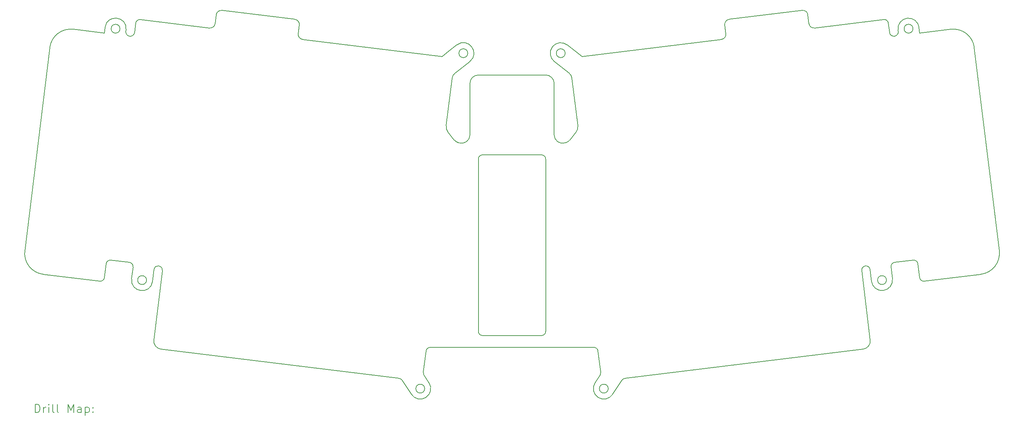
<source format=gbr>
%TF.GenerationSoftware,KiCad,Pcbnew,7.0.7-7.0.7~ubuntu23.04.1*%
%TF.CreationDate,Date%
%TF.ProjectId,plate_alps_mx,706c6174-655f-4616-9c70-735f6d782e6b,v0.1*%
%TF.SameCoordinates,PX8bd8a70PY50733a9*%
%TF.FileFunction,Drillmap*%
%TF.FilePolarity,Positive*%
%FSLAX45Y45*%
G04 Gerber Fmt 4.5, Leading zero omitted, Abs format (unit mm)*
G04 Created by KiCad*
%MOMM*%
%LPD*%
G01*
G04 APERTURE LIST*
%ADD10C,0.200000*%
G04 APERTURE END LIST*
D10*
X15664954Y-7635806D02*
G75*
G03*
X15464946Y-7435806I-200004J-4D01*
G01*
X7768292Y-5899563D02*
X9505248Y-6112834D01*
X13000263Y-6996607D02*
X13157973Y-6873390D01*
X24349350Y-12254164D02*
G75*
G03*
X24460788Y-12341232I99260J12194D01*
G01*
X17344395Y-14654494D02*
X23002554Y-13959760D01*
X5019723Y-11927357D02*
X4979547Y-12254570D01*
X3086355Y-11619111D02*
G75*
G03*
X3521694Y-12176319I496255J-60949D01*
G01*
X13660987Y-7114385D02*
G75*
G03*
X13352501Y-6720889I-154247J196745D01*
G01*
X16636342Y-14759971D02*
G75*
G03*
X17055221Y-15032984I209438J-136509D01*
G01*
X13611743Y-6917636D02*
G75*
G03*
X13611743Y-6917636I-105000J0D01*
G01*
X5694116Y-6426331D02*
X5721460Y-6203634D01*
X5131165Y-11840286D02*
G75*
G03*
X5019723Y-11927357I-12195J-99244D01*
G01*
X13314598Y-7385004D02*
G75*
G03*
X13239224Y-7518236I123112J-157586D01*
G01*
X6155813Y-12066852D02*
X6121562Y-12345799D01*
X13401894Y-9050266D02*
G75*
G03*
X13663947Y-8860145I62056J190126D01*
G01*
X12273674Y-15033392D02*
X12056088Y-14699552D01*
X5574672Y-6512416D02*
X5582675Y-6513399D01*
X25807199Y-12175911D02*
G75*
G03*
X26242538Y-11618705I-60919J496261D01*
G01*
X9609729Y-6246564D02*
X9583984Y-6456240D01*
X23002554Y-13959759D02*
G75*
G03*
X23176689Y-13736877I-24374J198509D01*
G01*
X12720579Y-13914990D02*
X16608264Y-13914636D01*
X24349347Y-12254164D02*
X24309170Y-11926951D01*
X5487603Y-6400975D02*
G75*
G03*
X5574672Y-6512416I99257J-12185D01*
G01*
X6152205Y-13737283D02*
X6354315Y-12091221D01*
X5659546Y-12005918D02*
G75*
G03*
X5572472Y-11894475I-99266J12178D01*
G01*
X5625289Y-12284864D02*
X5659540Y-12005917D01*
X21720071Y-6213315D02*
G75*
G03*
X21853807Y-6317795I119129J14655D01*
G01*
X6326340Y-13960166D02*
X11984498Y-14654900D01*
X24335684Y-6303549D02*
G75*
G03*
X23836896Y-6364792I-249394J-30621D01*
G01*
X23207331Y-12345393D02*
X23173081Y-12066446D01*
X19640428Y-6589563D02*
G75*
G03*
X19744910Y-6455834I-14608J119093D01*
G01*
X16187400Y-8791074D02*
G75*
G03*
X16227949Y-8644029I-157930J122664D01*
G01*
X23207335Y-12345393D02*
G75*
G03*
X23703604Y-12284458I248135J30463D01*
G01*
X16089671Y-7517830D02*
G75*
G03*
X16014293Y-7384602I-198481J-24360D01*
G01*
X7608817Y-6213720D02*
X7634562Y-6004044D01*
X7475086Y-6318205D02*
G75*
G03*
X7608817Y-6213720I14594J119145D01*
G01*
X9583985Y-6456240D02*
G75*
G03*
X9688465Y-6589969I119085J-14640D01*
G01*
X9609728Y-6246564D02*
G75*
G03*
X9505248Y-6112834I-119118J14614D01*
G01*
X15948305Y-9042915D02*
X15927002Y-9049868D01*
X25648849Y-6783501D02*
X26242538Y-11618705D01*
X15927151Y-6917230D02*
G75*
G03*
X15927151Y-6917230I-105000J0D01*
G01*
X15464069Y-9434813D02*
X15464069Y-13534813D01*
X5832902Y-6116562D02*
G75*
G03*
X5721460Y-6203634I-12192J-99248D01*
G01*
X13863947Y-7435806D02*
X15464946Y-7435806D01*
X24352305Y-6438942D02*
X25091641Y-6348163D01*
X15664952Y-8859739D02*
G75*
G03*
X15927002Y-9049868I199998J-1D01*
G01*
X15364069Y-13634813D02*
X13964069Y-13634813D01*
X5491997Y-6365198D02*
G75*
G03*
X4993213Y-6303955I-249392J30621D01*
G01*
X13284686Y-8975862D02*
G75*
G03*
X13380589Y-9043321I157944J122642D01*
G01*
X21853807Y-6317795D02*
X23495992Y-6116160D01*
X5625289Y-12284864D02*
G75*
G03*
X6121562Y-12345799I248137J-30467D01*
G01*
X13157973Y-6873390D02*
X13352501Y-6720888D01*
X13863947Y-7435807D02*
G75*
G03*
X13663947Y-7635806I3J-200003D01*
G01*
X16170920Y-6872985D02*
X16328630Y-6996201D01*
X4237252Y-6348569D02*
X4976589Y-6439348D01*
X13284684Y-8975864D02*
X13141493Y-8791481D01*
X12720579Y-13914988D02*
G75*
G03*
X12621475Y-14001701I11J-100002D01*
G01*
X23756422Y-11894072D02*
G75*
G03*
X23669354Y-12005511I12178J-99248D01*
G01*
X15976392Y-6720482D02*
X16170920Y-6872985D01*
X4237252Y-6348570D02*
G75*
G03*
X3680044Y-6783907I-60922J-496290D01*
G01*
X5832902Y-6116566D02*
X7475087Y-6318201D01*
X13864077Y-13534813D02*
G75*
G03*
X13964069Y-13634813I100023J23D01*
G01*
X19744910Y-6455834D02*
X19719165Y-6246158D01*
X23669354Y-12005511D02*
X23703604Y-12284458D01*
X23560468Y-12314926D02*
G75*
G03*
X23560468Y-12314926I-105000J0D01*
G01*
X13100946Y-8644435D02*
G75*
G03*
X13141493Y-8791481I198474J-24385D01*
G01*
X13660985Y-7114383D02*
X13314601Y-7385008D01*
X13663947Y-7635806D02*
X13663947Y-8860145D01*
X25807199Y-12175913D02*
X24460788Y-12341232D01*
X23607431Y-6203228D02*
G75*
G03*
X23495992Y-6116160I-99251J-12182D01*
G01*
X17272806Y-14699146D02*
X17055220Y-15032986D01*
X13401891Y-9050274D02*
X13380589Y-9043321D01*
X4868105Y-12341637D02*
G75*
G03*
X4979547Y-12254570I12185J99257D01*
G01*
X5582675Y-6513397D02*
G75*
G03*
X5694116Y-6426331I12185J99257D01*
G01*
X15664946Y-8859739D02*
X15664946Y-7635806D01*
X16707385Y-14001340D02*
X16774719Y-14503251D01*
X23634779Y-6425925D02*
G75*
G03*
X23746219Y-6512993I99261J12195D01*
G01*
X13964069Y-9334813D02*
X15364069Y-9334813D01*
X16707385Y-14001340D02*
G75*
G03*
X16608264Y-13914636I-99115J-13300D01*
G01*
X19823646Y-6112429D02*
X21560602Y-5899157D01*
X12588114Y-14896882D02*
G75*
G03*
X12588114Y-14896882I-105000J0D01*
G01*
X24191288Y-6334171D02*
G75*
G03*
X24191288Y-6334171I-105000J0D01*
G01*
X23836896Y-6364792D02*
X23841289Y-6400569D01*
X23607433Y-6203228D02*
X23634777Y-6425925D01*
X13964069Y-9334809D02*
G75*
G03*
X13864069Y-9434813I1J-100001D01*
G01*
X25648854Y-6783501D02*
G75*
G03*
X25091641Y-6348163I-496284J-60949D01*
G01*
X12273673Y-15033389D02*
G75*
G03*
X12692555Y-14760375I209444J136503D01*
G01*
X9688465Y-6589970D02*
X13000263Y-6996607D01*
X16328630Y-6996201D02*
X19640428Y-6589564D01*
X16089670Y-7517830D02*
X16227949Y-8644029D01*
X24309168Y-11926952D02*
G75*
G03*
X24197729Y-11839884I-99248J-12178D01*
G01*
X15464067Y-9434813D02*
G75*
G03*
X15364069Y-9334813I-99997J3D01*
G01*
X16636338Y-14759969D02*
X16759388Y-14571135D01*
X13100944Y-8644435D02*
X13239224Y-7518236D01*
X15976392Y-6720483D02*
G75*
G03*
X15667909Y-7113977I-154242J-196747D01*
G01*
X16950780Y-14896476D02*
G75*
G03*
X16950780Y-14896476I-105000J0D01*
G01*
X4868105Y-12341638D02*
X3521694Y-12176319D01*
X23756422Y-11894069D02*
X24197729Y-11839884D01*
X5131165Y-11840290D02*
X5572472Y-11894475D01*
X12554177Y-14503658D02*
G75*
G03*
X12569505Y-14571541I99113J-13292D01*
G01*
X12569505Y-14571541D02*
X12692555Y-14760375D01*
X5487605Y-6400975D02*
X5491997Y-6365198D01*
X17344396Y-14654496D02*
G75*
G03*
X17272806Y-14699146I12184J-99254D01*
G01*
X21694332Y-6003638D02*
X21720076Y-6213314D01*
X23173082Y-12066442D02*
G75*
G03*
X22974578Y-12090815I-99252J-12188D01*
G01*
X24352260Y-6438580D02*
X24335681Y-6303549D01*
X16759388Y-14571135D02*
G75*
G03*
X16774719Y-14503251I-83778J54595D01*
G01*
X6152205Y-13737283D02*
G75*
G03*
X6326340Y-13960166I198505J-24377D01*
G01*
X13864069Y-13534813D02*
X13864069Y-9434813D01*
X19823646Y-6112427D02*
G75*
G03*
X19719165Y-6246158I14634J-119113D01*
G01*
X23746219Y-6512993D02*
X23754221Y-6512010D01*
X5978426Y-12315332D02*
G75*
G03*
X5978426Y-12315332I-105000J0D01*
G01*
X12554174Y-14503657D02*
X12621475Y-14001701D01*
X16187401Y-8791075D02*
X16044210Y-8975458D01*
X12056089Y-14699551D02*
G75*
G03*
X11984498Y-14654900I-83779J-54609D01*
G01*
X16014293Y-7384602D02*
X15667909Y-7113977D01*
X5347605Y-6334577D02*
G75*
G03*
X5347605Y-6334577I-105000J0D01*
G01*
X15364069Y-13634819D02*
G75*
G03*
X15464069Y-13534813I-9J100009D01*
G01*
X3086356Y-11619111D02*
X3680044Y-6783907D01*
X4993213Y-6303955D02*
X4976633Y-6438986D01*
X21694340Y-6003637D02*
G75*
G03*
X21560602Y-5899157I-119120J-14643D01*
G01*
X15948305Y-9042914D02*
G75*
G03*
X16044210Y-8975458I-62045J190114D01*
G01*
X23754221Y-6512008D02*
G75*
G03*
X23841289Y-6400569I-12191J99258D01*
G01*
X22974578Y-12090815D02*
X23176689Y-13736877D01*
X6354308Y-12091220D02*
G75*
G03*
X6155813Y-12066848I-99248J12180D01*
G01*
X7768292Y-5899557D02*
G75*
G03*
X7634562Y-6004044I-14603J-119133D01*
G01*
X3333403Y-15468369D02*
X3333403Y-15268369D01*
X3333403Y-15268369D02*
X3381022Y-15268369D01*
X3381022Y-15268369D02*
X3409593Y-15277893D01*
X3409593Y-15277893D02*
X3428641Y-15296941D01*
X3428641Y-15296941D02*
X3438165Y-15315988D01*
X3438165Y-15315988D02*
X3447689Y-15354084D01*
X3447689Y-15354084D02*
X3447689Y-15382655D01*
X3447689Y-15382655D02*
X3438165Y-15420750D01*
X3438165Y-15420750D02*
X3428641Y-15439798D01*
X3428641Y-15439798D02*
X3409593Y-15458846D01*
X3409593Y-15458846D02*
X3381022Y-15468369D01*
X3381022Y-15468369D02*
X3333403Y-15468369D01*
X3533403Y-15468369D02*
X3533403Y-15335036D01*
X3533403Y-15373131D02*
X3542927Y-15354084D01*
X3542927Y-15354084D02*
X3552450Y-15344560D01*
X3552450Y-15344560D02*
X3571498Y-15335036D01*
X3571498Y-15335036D02*
X3590546Y-15335036D01*
X3657212Y-15468369D02*
X3657212Y-15335036D01*
X3657212Y-15268369D02*
X3647689Y-15277893D01*
X3647689Y-15277893D02*
X3657212Y-15287417D01*
X3657212Y-15287417D02*
X3666736Y-15277893D01*
X3666736Y-15277893D02*
X3657212Y-15268369D01*
X3657212Y-15268369D02*
X3657212Y-15287417D01*
X3781022Y-15468369D02*
X3761974Y-15458846D01*
X3761974Y-15458846D02*
X3752450Y-15439798D01*
X3752450Y-15439798D02*
X3752450Y-15268369D01*
X3885784Y-15468369D02*
X3866736Y-15458846D01*
X3866736Y-15458846D02*
X3857212Y-15439798D01*
X3857212Y-15439798D02*
X3857212Y-15268369D01*
X4114355Y-15468369D02*
X4114355Y-15268369D01*
X4114355Y-15268369D02*
X4181022Y-15411227D01*
X4181022Y-15411227D02*
X4247689Y-15268369D01*
X4247689Y-15268369D02*
X4247689Y-15468369D01*
X4428641Y-15468369D02*
X4428641Y-15363608D01*
X4428641Y-15363608D02*
X4419117Y-15344560D01*
X4419117Y-15344560D02*
X4400070Y-15335036D01*
X4400070Y-15335036D02*
X4361974Y-15335036D01*
X4361974Y-15335036D02*
X4342927Y-15344560D01*
X4428641Y-15458846D02*
X4409593Y-15468369D01*
X4409593Y-15468369D02*
X4361974Y-15468369D01*
X4361974Y-15468369D02*
X4342927Y-15458846D01*
X4342927Y-15458846D02*
X4333403Y-15439798D01*
X4333403Y-15439798D02*
X4333403Y-15420750D01*
X4333403Y-15420750D02*
X4342927Y-15401703D01*
X4342927Y-15401703D02*
X4361974Y-15392179D01*
X4361974Y-15392179D02*
X4409593Y-15392179D01*
X4409593Y-15392179D02*
X4428641Y-15382655D01*
X4523879Y-15335036D02*
X4523879Y-15535036D01*
X4523879Y-15344560D02*
X4542927Y-15335036D01*
X4542927Y-15335036D02*
X4581022Y-15335036D01*
X4581022Y-15335036D02*
X4600070Y-15344560D01*
X4600070Y-15344560D02*
X4609593Y-15354084D01*
X4609593Y-15354084D02*
X4619117Y-15373131D01*
X4619117Y-15373131D02*
X4619117Y-15430274D01*
X4619117Y-15430274D02*
X4609593Y-15449322D01*
X4609593Y-15449322D02*
X4600070Y-15458846D01*
X4600070Y-15458846D02*
X4581022Y-15468369D01*
X4581022Y-15468369D02*
X4542927Y-15468369D01*
X4542927Y-15468369D02*
X4523879Y-15458846D01*
X4704832Y-15449322D02*
X4714355Y-15458846D01*
X4714355Y-15458846D02*
X4704832Y-15468369D01*
X4704832Y-15468369D02*
X4695308Y-15458846D01*
X4695308Y-15458846D02*
X4704832Y-15449322D01*
X4704832Y-15449322D02*
X4704832Y-15468369D01*
X4704832Y-15344560D02*
X4714355Y-15354084D01*
X4714355Y-15354084D02*
X4704832Y-15363608D01*
X4704832Y-15363608D02*
X4695308Y-15354084D01*
X4695308Y-15354084D02*
X4704832Y-15344560D01*
X4704832Y-15344560D02*
X4704832Y-15363608D01*
M02*

</source>
